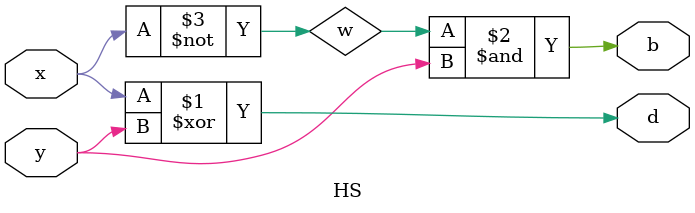
<source format=v>
`timescale 10ns / 1ps

module HS(
    input x,
    input y,
    output d,
    output b
    );
    wire w;
    xor g1(d,x,y);
    not g2(w,x);
    and g3(b,w,y);
endmodule

</source>
